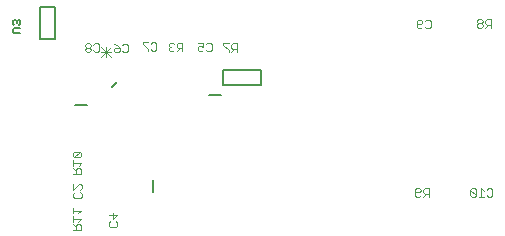
<source format=gbo>
G75*
%MOIN*%
%OFA0B0*%
%FSLAX25Y25*%
%IPPOS*%
%LPD*%
%AMOC8*
5,1,8,0,0,1.08239X$1,22.5*
%
%ADD10C,0.00600*%
%ADD11C,0.00300*%
%ADD12C,0.00200*%
%ADD13C,0.00500*%
%ADD14C,0.00800*%
D10*
X0164613Y0022901D02*
X0164613Y0026901D01*
X0142713Y0052001D02*
X0138613Y0052001D01*
X0151013Y0057801D02*
X0152613Y0059401D01*
X0183513Y0055201D02*
X0187513Y0055201D01*
D11*
X0150579Y0067915D02*
X0147443Y0071051D01*
X0150579Y0067915D01*
X0149011Y0067915D02*
X0149011Y0071051D01*
X0149011Y0067915D01*
X0147443Y0067915D02*
X0150579Y0071051D01*
X0147443Y0067915D01*
X0147443Y0069483D02*
X0150579Y0069483D01*
X0147443Y0069483D01*
D12*
X0140814Y0010180D02*
X0138012Y0010180D01*
X0138946Y0010180D02*
X0138946Y0011581D01*
X0139413Y0012048D01*
X0140347Y0012048D01*
X0140814Y0011581D01*
X0140814Y0010180D01*
X0138946Y0011114D02*
X0138012Y0012048D01*
X0138012Y0012942D02*
X0138012Y0014810D01*
X0138012Y0015704D02*
X0138012Y0017573D01*
X0138012Y0016638D02*
X0140814Y0016638D01*
X0139880Y0015704D01*
X0140814Y0013876D02*
X0138012Y0013876D01*
X0139880Y0012942D02*
X0140814Y0013876D01*
X0150010Y0012590D02*
X0150010Y0011656D01*
X0150477Y0011189D01*
X0152346Y0011189D01*
X0152813Y0011656D01*
X0152813Y0012590D01*
X0152346Y0013057D01*
X0151412Y0013951D02*
X0151412Y0015820D01*
X0152813Y0015353D02*
X0150010Y0015353D01*
X0151412Y0013951D02*
X0152813Y0015353D01*
X0150477Y0013057D02*
X0150010Y0012590D01*
X0140956Y0021365D02*
X0140489Y0020898D01*
X0138621Y0020898D01*
X0138153Y0021365D01*
X0138153Y0022299D01*
X0138621Y0022766D01*
X0138153Y0023660D02*
X0140022Y0025528D01*
X0140489Y0025528D01*
X0140956Y0025061D01*
X0140956Y0024127D01*
X0140489Y0023660D01*
X0140489Y0022766D02*
X0140956Y0022299D01*
X0140956Y0021365D01*
X0138153Y0023660D02*
X0138153Y0025528D01*
X0138054Y0028925D02*
X0140856Y0028925D01*
X0140856Y0030326D01*
X0140389Y0030793D01*
X0139455Y0030793D01*
X0138988Y0030326D01*
X0138988Y0028925D01*
X0138988Y0029859D02*
X0138054Y0030793D01*
X0138054Y0031687D02*
X0138054Y0033556D01*
X0138054Y0032621D02*
X0140856Y0032621D01*
X0139922Y0031687D01*
X0140389Y0034450D02*
X0140856Y0034917D01*
X0140856Y0035851D01*
X0140389Y0036318D01*
X0138521Y0034450D01*
X0138054Y0034917D01*
X0138054Y0035851D01*
X0138521Y0036318D01*
X0140389Y0036318D01*
X0140389Y0034450D02*
X0138521Y0034450D01*
X0252052Y0023665D02*
X0252052Y0021797D01*
X0252519Y0021330D01*
X0253453Y0021330D01*
X0253920Y0021797D01*
X0254815Y0021330D02*
X0255749Y0022264D01*
X0255282Y0022264D02*
X0256683Y0022264D01*
X0256683Y0021330D02*
X0256683Y0024132D01*
X0255282Y0024132D01*
X0254815Y0023665D01*
X0254815Y0022731D01*
X0255282Y0022264D01*
X0253920Y0023198D02*
X0253453Y0022731D01*
X0252052Y0022731D01*
X0252052Y0023665D02*
X0252519Y0024132D01*
X0253453Y0024132D01*
X0253920Y0023665D01*
X0253920Y0023198D01*
X0270511Y0023573D02*
X0272380Y0021705D01*
X0271913Y0021238D01*
X0270979Y0021238D01*
X0270511Y0021705D01*
X0270511Y0023573D01*
X0270979Y0024040D01*
X0271913Y0024040D01*
X0272380Y0023573D01*
X0272380Y0021705D01*
X0273274Y0021238D02*
X0275142Y0021238D01*
X0274208Y0021238D02*
X0274208Y0024040D01*
X0275142Y0023106D01*
X0276036Y0023573D02*
X0276503Y0024040D01*
X0277437Y0024040D01*
X0277904Y0023573D01*
X0277904Y0021705D01*
X0277437Y0021238D01*
X0276503Y0021238D01*
X0276036Y0021705D01*
X0192773Y0069619D02*
X0192773Y0072421D01*
X0191372Y0072421D01*
X0190904Y0071954D01*
X0190904Y0071020D01*
X0191372Y0070553D01*
X0192773Y0070553D01*
X0191839Y0070553D02*
X0190904Y0069619D01*
X0190010Y0069619D02*
X0190010Y0070086D01*
X0188142Y0071954D01*
X0188142Y0072421D01*
X0190010Y0072421D01*
X0184289Y0072120D02*
X0184289Y0070252D01*
X0183822Y0069785D01*
X0182888Y0069785D01*
X0182421Y0070252D01*
X0181526Y0070252D02*
X0181059Y0069785D01*
X0180125Y0069785D01*
X0179658Y0070252D01*
X0179658Y0071186D01*
X0180125Y0071653D01*
X0180592Y0071653D01*
X0181526Y0071186D01*
X0181526Y0072587D01*
X0179658Y0072587D01*
X0182421Y0072120D02*
X0182888Y0072587D01*
X0183822Y0072587D01*
X0184289Y0072120D01*
X0174550Y0072597D02*
X0174550Y0069795D01*
X0174550Y0070729D02*
X0173149Y0070729D01*
X0172682Y0071196D01*
X0172682Y0072130D01*
X0173149Y0072597D01*
X0174550Y0072597D01*
X0171788Y0072130D02*
X0171321Y0072597D01*
X0170387Y0072597D01*
X0169920Y0072130D01*
X0169920Y0071663D01*
X0170387Y0071196D01*
X0169920Y0070729D01*
X0169920Y0070262D01*
X0170387Y0069795D01*
X0171321Y0069795D01*
X0171788Y0070262D01*
X0172682Y0069795D02*
X0173616Y0070729D01*
X0170854Y0071196D02*
X0170387Y0071196D01*
X0165884Y0070392D02*
X0165884Y0072260D01*
X0165417Y0072727D01*
X0164483Y0072727D01*
X0164016Y0072260D01*
X0163122Y0072727D02*
X0161254Y0072727D01*
X0161254Y0072260D01*
X0163122Y0070392D01*
X0163122Y0069925D01*
X0164016Y0070392D02*
X0164483Y0069925D01*
X0165417Y0069925D01*
X0165884Y0070392D01*
X0156352Y0070012D02*
X0155885Y0069545D01*
X0154951Y0069545D01*
X0154484Y0070012D01*
X0153590Y0070012D02*
X0153123Y0069545D01*
X0152189Y0069545D01*
X0151722Y0070012D01*
X0151722Y0070479D01*
X0152189Y0070946D01*
X0153590Y0070946D01*
X0153590Y0070012D01*
X0153590Y0070946D02*
X0152656Y0071880D01*
X0151722Y0072347D01*
X0154484Y0071880D02*
X0154951Y0072347D01*
X0155885Y0072347D01*
X0156352Y0071880D01*
X0156352Y0070012D01*
X0146752Y0070054D02*
X0146285Y0069587D01*
X0145351Y0069587D01*
X0144884Y0070054D01*
X0143990Y0070054D02*
X0143990Y0070521D01*
X0143523Y0070988D01*
X0142588Y0070988D01*
X0142121Y0070521D01*
X0142121Y0070054D01*
X0142588Y0069587D01*
X0143523Y0069587D01*
X0143990Y0070054D01*
X0143523Y0070988D02*
X0143990Y0071455D01*
X0143990Y0071922D01*
X0143523Y0072389D01*
X0142588Y0072389D01*
X0142121Y0071922D01*
X0142121Y0071455D01*
X0142588Y0070988D01*
X0144884Y0071922D02*
X0145351Y0072389D01*
X0146285Y0072389D01*
X0146752Y0071922D01*
X0146752Y0070054D01*
X0252661Y0077897D02*
X0252661Y0079766D01*
X0253128Y0080233D01*
X0254062Y0080233D01*
X0254529Y0079766D01*
X0254529Y0079299D01*
X0254062Y0078832D01*
X0252661Y0078832D01*
X0252661Y0077897D02*
X0253128Y0077430D01*
X0254062Y0077430D01*
X0254529Y0077897D01*
X0255423Y0077897D02*
X0255890Y0077430D01*
X0256825Y0077430D01*
X0257292Y0077897D01*
X0257292Y0079766D01*
X0256825Y0080233D01*
X0255890Y0080233D01*
X0255423Y0079766D01*
X0272762Y0079975D02*
X0272762Y0079508D01*
X0273229Y0079041D01*
X0274163Y0079041D01*
X0274631Y0079508D01*
X0274631Y0079975D01*
X0274163Y0080442D01*
X0273229Y0080442D01*
X0272762Y0079975D01*
X0273229Y0079041D02*
X0272762Y0078573D01*
X0272762Y0078106D01*
X0273229Y0077639D01*
X0274163Y0077639D01*
X0274631Y0078106D01*
X0274631Y0078573D01*
X0274163Y0079041D01*
X0275525Y0079041D02*
X0275992Y0078573D01*
X0277393Y0078573D01*
X0277393Y0077639D02*
X0277393Y0080442D01*
X0275992Y0080442D01*
X0275525Y0079975D01*
X0275525Y0079041D01*
X0276459Y0078573D02*
X0275525Y0077639D01*
D13*
X0200751Y0063518D02*
X0200751Y0058400D01*
X0188153Y0058400D01*
X0188153Y0063518D01*
X0200751Y0063518D01*
X0120504Y0075737D02*
X0118419Y0075737D01*
X0118002Y0076154D01*
X0118002Y0076988D01*
X0118419Y0077405D01*
X0120504Y0077405D01*
X0120087Y0078499D02*
X0120504Y0078916D01*
X0120504Y0079750D01*
X0120087Y0080168D01*
X0119670Y0080168D01*
X0119253Y0079750D01*
X0118836Y0080168D01*
X0118419Y0080168D01*
X0118002Y0079750D01*
X0118002Y0078916D01*
X0118419Y0078499D01*
X0119253Y0079333D02*
X0119253Y0079750D01*
D14*
X0127188Y0084697D02*
X0132010Y0084697D01*
X0132010Y0073723D01*
X0127188Y0073723D01*
X0127188Y0084697D01*
M02*

</source>
